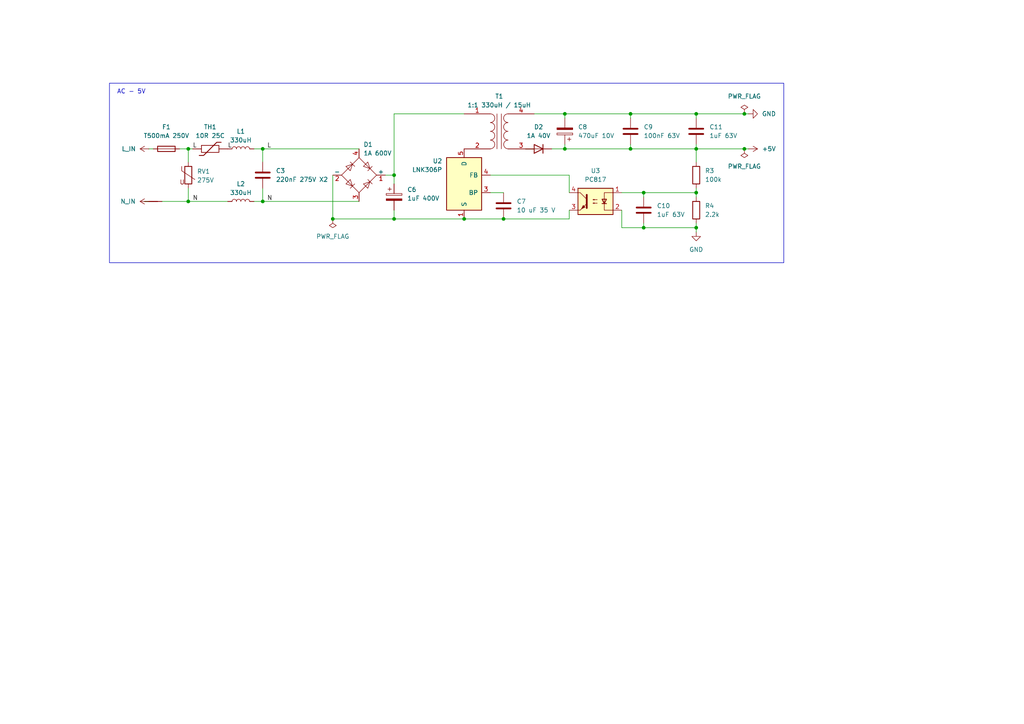
<source format=kicad_sch>
(kicad_sch (version 20250114) (generator "eeschema") (generator_version "9.0")
  (paper "A4")
  (lib_symbols
    (symbol "Device:C" (pin_numbers (hide yes)) (pin_names (offset 0.254))
      (property "Reference" "C" (at 0.635 2.54 0))
      (property "Value" "C" (at 0.635 -2.54 0))
      (symbol "C_0_1"
        (polyline (pts (xy -2.032 0.762) (xy 2.032 0.762)) (stroke (width 0.508)))
        (polyline (pts (xy -2.032 -0.762) (xy 2.032 -0.762)) (stroke (width 0.508)))
      )
      (symbol "C_1_1"
        (pin passive line (at 0 3.81 270) (length 2.794) (name "~") (number "1"))
        (pin passive line (at 0 -3.81 90) (length 2.794) (name "~") (number "2"))
      )
    )
    (symbol "Device:C_Polarized" (pin_numbers (hide yes)) (pin_names (offset 0.254))
      (property "Reference" "C" (at 0.635 2.54 0))
      (property "Value" "C_Polarized" (at 0.635 -2.54 0))
      (symbol "C_Polarized_0_1"
        (rectangle (start -2.286 0.508) (end 2.286 1.016))
        (polyline (pts (xy -1.778 2.286) (xy -0.762 2.286)))
        (polyline (pts (xy -1.27 2.794) (xy -1.27 1.778)))
        (rectangle (start 2.286 -0.508) (end -2.286 -1.016) (fill (type outline)))
      )
      (symbol "C_Polarized_1_1"
        (pin passive line (at 0 3.81 270) (length 2.794) (name "~") (number "1"))
        (pin passive line (at 0 -3.81 90) (length 2.794) (name "~") (number "2"))
      )
    )
    (symbol "Device:D" (pin_numbers (hide yes)) (pin_names (offset 1.016) (hide yes))
      (property "Reference" "D" (at 0 2.54 0))
      (property "Value" "D" (at 0 -2.54 0))
      (symbol "D_0_1"
        (polyline (pts (xy -1.27 1.27) (xy -1.27 -1.27)) (stroke (width 0.254)))
        (polyline (pts (xy 1.27 1.27) (xy 1.27 -1.27) (xy -1.27 0) (xy 1.27 1.27)) (stroke (width 0.254)))
        (polyline (pts (xy 1.27 0) (xy -1.27 0)))
      )
      (symbol "D_1_1"
        (pin passive line (at -3.81 0 0) (length 2.54) (name "K") (number "1"))
        (pin passive line (at 3.81 0 180) (length 2.54) (name "A") (number "2"))
      )
    )
    (symbol "Device:Fuse" (pin_numbers (hide yes)) (pin_names (offset 0))
      (property "Reference" "F" (at 2.032 0 90))
      (property "Value" "Fuse" (at -1.905 0 90))
      (symbol "Fuse_0_1"
        (rectangle (start -0.762 -2.54) (end 0.762 2.54) (stroke (width 0.254)))
        (polyline (pts (xy 0 2.54) (xy 0 -2.54)))
      )
      (symbol "Fuse_1_1"
        (pin passive line (at 0 3.81 270) (length 1.27) (name "~") (number "1"))
        (pin passive line (at 0 -3.81 90) (length 1.27) (name "~") (number "2"))
      )
    )
    (symbol "Device:L" (pin_numbers (hide yes)) (pin_names (offset 1.016) (hide yes))
      (property "Reference" "L" (at -1.27 0 90))
      (property "Value" "L" (at 1.905 0 90))
      (symbol "L_0_1"
        (arc (start 0 2.54) (mid 0.6323 1.905) (end 0 1.27))
        (arc (start 0 1.27) (mid 0.6323 0.635) (end 0 0))
        (arc (start 0 0) (mid 0.6323 -0.635) (end 0 -1.27))
        (arc (start 0 -1.27) (mid 0.6323 -1.905) (end 0 -2.54))
      )
      (symbol "L_1_1"
        (pin passive line (at 0 3.81 270) (length 1.27) (name "1") (number "1"))
        (pin passive line (at 0 -3.81 90) (length 1.27) (name "2") (number "2"))
      )
    )
    (symbol "Device:NetTie_2" (pin_numbers (hide yes)) (pin_names (offset 0) (hide yes)) (in_bom no)
      (property "Reference" "NT" (at 0 1.27 0))
      (property "Value" "NetTie_2" (at 0 -1.27 0))
      (symbol "NetTie_2_0_1"
        (polyline (pts (xy -1.27 0) (xy 1.27 0)) (stroke (width 0.254)))
      )
      (symbol "NetTie_2_1_1"
        (pin passive line (at -2.54 0 0) (length 2.54) (name "1") (number "1"))
        (pin passive line (at 2.54 0 180) (length 2.54) (name "2") (number "2"))
      )
    )
    (symbol "Device:R" (pin_numbers (hide yes)) (pin_names (offset 0))
      (property "Reference" "R" (at 2.032 0 90))
      (property "Value" "R" (at 0 0 90))
      (symbol "R_0_1"
        (rectangle (start -1.016 -2.54) (end 1.016 2.54) (stroke (width 0.254)))
      )
      (symbol "R_1_1"
        (pin passive line (at 0 3.81 270) (length 1.27) (name "~") (number "1"))
        (pin passive line (at 0 -3.81 90) (length 1.27) (name "~") (number "2"))
      )
    )
    (symbol "Device:Thermistor" (pin_numbers (hide yes)) (pin_names (offset 0))
      (property "Reference" "TH" (at 2.54 1.27 90))
      (property "Value" "Thermistor" (at -2.54 0 90))
      (symbol "Thermistor_0_1"
        (polyline (pts (xy -1.905 3.175) (xy -1.905 1.905) (xy 1.905 -1.905) (xy 1.905 -3.175) (xy 1.905 -3.175)) (stroke (width 0.254)))
        (rectangle (start -1.016 2.54) (end 1.016 -2.54) (stroke (width 0.2032)))
      )
      (symbol "Thermistor_1_1"
        (pin passive line (at 0 5.08 270) (length 2.54) (name "~") (number "1"))
        (pin passive line (at 0 -5.08 90) (length 2.54) (name "~") (number "2"))
      )
    )
    (symbol "Device:Transformer_1P_1S" (pin_names (offset 1.016) (hide yes))
      (property "Reference" "T" (at 0 6.35 0))
      (property "Value" "Transformer_1P_1S" (at 0 -7.62 0))
      (symbol "Transformer_1P_1S_0_1"
        (arc (start -1.27 3.81) (mid -1.656 2.9336) (end -2.54 2.5654))
        (arc (start -1.27 1.27) (mid -1.656 0.3936) (end -2.54 0.0254))
        (arc (start -1.27 -1.27) (mid -1.656 -2.1464) (end -2.54 -2.5146))
        (arc (start -1.27 -3.81) (mid -1.656 -4.6864) (end -2.54 -5.0546))
        (arc (start -2.54 5.08) (mid -1.642 4.708) (end -1.27 3.81))
        (arc (start -2.54 2.54) (mid -1.642 2.168) (end -1.27 1.27))
        (arc (start -2.54 0) (mid -1.642 -0.372) (end -1.27 -1.27))
        (arc (start -2.54 -2.54) (mid -1.642 -2.912) (end -1.27 -3.81))
        (polyline (pts (xy -0.635 5.08) (xy -0.635 -5.08)))
        (polyline (pts (xy 0.635 -5.08) (xy 0.635 5.08)))
        (arc (start 1.2954 3.81) (mid 1.6457 4.7117) (end 2.54 5.08))
        (arc (start 1.2954 1.27) (mid 1.6457 2.1717) (end 2.54 2.54))
        (arc (start 1.2954 -1.27) (mid 1.6457 -0.3683) (end 2.54 0))
        (arc (start 2.54 2.5654) (mid 1.6599 2.9299) (end 1.2954 3.81))
        (arc (start 2.54 0.0254) (mid 1.6599 0.3899) (end 1.2954 1.27))
        (arc (start 2.54 -2.5146) (mid 1.6599 -2.1501) (end 1.2954 -1.27))
        (arc (start 1.3208 -3.81) (mid 1.6711 -2.9085) (end 2.5654 -2.54))
        (arc (start 2.5654 -5.0546) (mid 1.6851 -4.6902) (end 1.3208 -3.81))
      )
      (symbol "Transformer_1P_1S_1_1"
        (pin passive line (at -10.16 5.08 0) (length 7.62) (name "AA") (number "1"))
        (pin passive line (at -10.16 -5.08 0) (length 7.62) (name "AB") (number "2"))
        (pin passive line (at 10.16 5.08 180) (length 7.62) (name "SB") (number "4"))
        (pin passive line (at 10.16 -5.08 180) (length 7.62) (name "SA") (number "3"))
      )
    )
    (symbol "Diode_Bridge:DF08M" (pin_names (offset 0))
      (property "Reference" "D" (at 2.54 6.985 0))
      (property "Value" "DF08M" (at 2.54 5.08 0))
      (symbol "DF08M_0_1"
        (polyline (pts (xy -5.08 0) (xy 0 -5.08) (xy 5.08 0) (xy 0 5.08) (xy -5.08 0)))
        (polyline (pts (xy -3.81 2.54) (xy -2.54 1.27) (xy -1.905 3.175) (xy -3.81 2.54)))
        (polyline (pts (xy -2.54 3.81) (xy -1.27 2.54)))
        (polyline (pts (xy -2.54 -1.27) (xy -3.81 -2.54) (xy -1.905 -3.175) (xy -2.54 -1.27)))
        (polyline (pts (xy -1.27 -2.54) (xy -2.54 -3.81)))
        (polyline (pts (xy 1.27 2.54) (xy 2.54 3.81) (xy 3.175 1.905) (xy 1.27 2.54)))
        (polyline (pts (xy 2.54 1.27) (xy 3.81 2.54)))
        (polyline (pts (xy 2.54 -1.27) (xy 3.81 -2.54)))
        (polyline (pts (xy 3.175 -1.905) (xy 1.27 -2.54) (xy 2.54 -3.81) (xy 3.175 -1.905)))
      )
      (symbol "DF08M_1_1"
        (pin passive line (at -7.62 0 0) (length 2.54) (name "-") (number "2"))
        (pin passive line (at 0 7.62 270) (length 2.54) (name "~") (number "4"))
        (pin passive line (at 0 -7.62 90) (length 2.54) (name "~") (number "3"))
        (pin passive line (at 7.62 0 180) (length 2.54) (name "+") (number "1"))
      )
    )
    (symbol "Isolator:PC817" (pin_names (offset 1.016))
      (property "Reference" "U" (at -5.08 5.08 0))
      (property "Value" "PC817" (at 0 5.08 0))
      (symbol "PC817_0_1"
        (rectangle (start -5.08 3.81) (end 5.08 -3.81) (stroke (width 0.254)) (fill (type background)))
        (polyline (pts (xy -5.08 2.54) (xy -2.54 2.54) (xy -2.54 -0.635)))
        (polyline (pts (xy -3.175 -0.635) (xy -1.905 -0.635)) (stroke (width 0.254)))
        (polyline (pts (xy -2.54 -0.635) (xy -2.54 -2.54) (xy -5.08 -2.54)))
        (polyline (pts (xy -2.54 -0.635) (xy -3.175 0.635) (xy -1.905 0.635) (xy -2.54 -0.635)) (stroke (width 0.254)))
        (polyline (pts (xy -0.508 0.508) (xy 0.762 0.508) (xy 0.381 0.381) (xy 0.381 0.635) (xy 0.762 0.508)))
        (polyline (pts (xy -0.508 -0.508) (xy 0.762 -0.508) (xy 0.381 -0.635) (xy 0.381 -0.381) (xy 0.762 -0.508)))
        (polyline (pts (xy 2.54 1.905) (xy 2.54 -1.905) (xy 2.54 -1.905)) (stroke (width 0.508)))
        (polyline (pts (xy 2.54 0.635) (xy 4.445 2.54)))
        (polyline (pts (xy 3.048 -1.651) (xy 3.556 -1.143) (xy 4.064 -2.159) (xy 3.048 -1.651) (xy 3.048 -1.651)) (fill (type outline)))
        (polyline (pts (xy 4.445 2.54) (xy 5.08 2.54)))
        (polyline (pts (xy 4.445 -2.54) (xy 2.54 -0.635)) (fill (type outline)))
        (polyline (pts (xy 4.445 -2.54) (xy 5.08 -2.54)))
      )
      (symbol "PC817_1_1"
        (pin passive line (at -7.62 2.54 0) (length 2.54) (name "~") (number "1"))
        (pin passive line (at -7.62 -2.54 0) (length 2.54) (name "~") (number "2"))
        (pin passive line (at 7.62 2.54 180) (length 2.54) (name "~") (number "4"))
        (pin passive line (at 7.62 -2.54 180) (length 2.54) (name "~") (number "3"))
      )
    )
    (symbol "Regulator_Switching:LNK306P" (pin_names (offset 1.016))
      (property "Reference" "U" (at 0 -6.35 0))
      (property "Value" "LNK306P" (at 0 -8.89 0))
      (symbol "LNK306P_0_1"
        (rectangle (start -7.62 5.08) (end 7.62 -5.08) (stroke (width 0.254)) (fill (type background)))
      )
      (symbol "LNK306P_1_1"
        (pin open_collector line (at -10.16 0 0) (length 2.54) (name "D") (number "5"))
        (pin input line (at -2.54 7.62 270) (length 2.54) (name "FB") (number "4"))
        (pin input line (at 2.54 7.62 270) (length 2.54) (name "BP") (number "3"))
        (pin power_in line (at 10.16 0 180) (length 2.54) (name "S") (number "1"))
        (pin passive line (at 10.16 0 180) (length 2.54) (hide yes) (name "S") (number "2"))
        (pin passive line (at 10.16 0 180) (length 2.54) (hide yes) (name "S") (number "7"))
        (pin passive line (at 10.16 0 180) (length 2.54) (hide yes) (name "S") (number "8"))
      )
    )
    (symbol "Varistor_1" (pin_numbers (hide yes)) (pin_names (offset 0))
      (property "Reference" "RV" (at 3.175 0 90))
      (property "Value" "Varistor" (at -3.175 0 90))
      (symbol "Varistor_1_0_0"
        (text "U" (at -1.778 -2.032 0) (effects (font (size 1.27 1.27))))
      )
      (symbol "Varistor_1_0_1"
        (polyline (pts (xy -1.905 2.54) (xy -1.905 1.27) (xy 1.905 -1.27)))
        (rectangle (start -1.016 -2.54) (end 1.016 2.54) (stroke (width 0.254)))
      )
      (symbol "Varistor_1_1_1"
        (pin passive line (at 0 3.81 270) (length 1.27) (name "~") (number "1"))
        (pin passive line (at 0 -3.81 90) (length 1.27) (name "~") (number "2"))
      )
    )
    (symbol "power:+5V" (power) (pin_numbers (hide yes)) (pin_names (offset 0) (hide yes))
      (property "Value" "+5V" (at 0 3.556 0))
      (symbol "+5V_0_1"
        (polyline (pts (xy -0.762 1.27) (xy 0 2.54)))
        (polyline (pts (xy 0 2.54) (xy 0.762 1.27)))
        (polyline (pts (xy 0 0) (xy 0 2.54)))
      )
      (symbol "+5V_1_1"
        (pin power_in line (at 0 0 90) (length 0) (name "~") (number "1"))
      )
    )
    (symbol "power:GND" (power) (pin_numbers (hide yes)) (pin_names (offset 0) (hide yes))
      (property "Value" "GND" (at 0 -3.81 0))
      (symbol "GND_0_1"
        (polyline (pts (xy 0 0) (xy 0 -1.27) (xy 1.27 -1.27) (xy 0 -2.54) (xy -1.27 -1.27) (xy 0 -1.27)))
      )
      (symbol "GND_1_1"
        (pin power_in line (at 0 0 270) (length 0) (name "~") (number "1"))
      )
    )
    (symbol "power:PWR_FLAG" (power) (pin_numbers (hide yes)) (pin_names (offset 0) (hide yes))
      (property "Value" "PWR_FLAG" (at 0 3.81 0))
      (symbol "PWR_FLAG_0_0"
        (pin power_out line (at 0 0 90) (length 0) (name "~") (number "1"))
      )
      (symbol "PWR_FLAG_0_1"
        (polyline (pts (xy 0 0) (xy 0 1.27) (xy -1.016 1.905) (xy 0 2.54) (xy 1.016 1.905) (xy 0 1.27)))
      )
    )
  )
  (rectangle (start 31.75 24.13) (end 227.33 76.2))
  (text "AC - 5V" (at 38.1 26.67 0) (effects (font (size 1.27 1.27))))
  (junction (at 215.9 33.02))
  (junction (at 201.93 33.02))
  (junction (at 182.88 43.18))
  (junction (at 201.93 55.88))
  (junction (at 163.83 33.02))
  (junction (at 54.61 43.18))
  (junction (at 114.3 63.5))
  (junction (at 182.88 33.02))
  (junction (at 54.61 58.42))
  (junction (at 134.62 63.5))
  (junction (at 114.3 50.8))
  (junction (at 215.9 43.18))
  (junction (at 96.52 63.5))
  (junction (at 186.69 66.04))
  (junction (at 163.83 43.18))
  (junction (at 186.69 55.88))
  (junction (at 76.2 43.18))
  (junction (at 201.93 43.18))
  (junction (at 76.2 58.42))
  (junction (at 201.93 66.04))
  (junction (at 146.05 63.5))
  (wire (pts (xy 186.69 64.77) (xy 186.69 66.04)))
  (wire (pts (xy 201.93 43.18) (xy 201.93 46.99)))
  (wire (pts (xy 44.45 43.18) (xy 43.18 43.18)))
  (wire (pts (xy 76.2 54.61) (xy 76.2 58.42)))
  (wire (pts (xy 201.93 33.02) (xy 201.93 34.29)))
  (wire (pts (xy 201.93 66.04) (xy 201.93 67.31)))
  (wire (pts (xy 182.88 43.18) (xy 201.93 43.18)))
  (wire (pts (xy 76.2 43.18) (xy 76.2 46.99)))
  (wire (pts (xy 54.61 54.61) (xy 54.61 58.42)))
  (wire (pts (xy 186.69 55.88) (xy 201.93 55.88)))
  (wire (pts (xy 163.83 41.91) (xy 163.83 43.18)))
  (wire (pts (xy 182.88 33.02) (xy 201.93 33.02)))
  (wire (pts (xy 201.93 55.88) (xy 201.93 57.15)))
  (wire (pts (xy 163.83 43.18) (xy 182.88 43.18)))
  (wire (pts (xy 134.62 33.02) (xy 114.3 33.02)))
  (wire (pts (xy 76.2 58.42) (xy 104.14 58.42)))
  (wire (pts (xy 96.52 63.5) (xy 114.3 63.5)))
  (wire (pts (xy 73.66 43.18) (xy 76.2 43.18)))
  (wire (pts (xy 76.2 43.18) (xy 104.14 43.18)))
  (wire (pts (xy 165.1 63.5) (xy 165.1 60.96)))
  (wire (pts (xy 114.3 33.02) (xy 114.3 50.8)))
  (wire (pts (xy 142.24 55.88) (xy 146.05 55.88)))
  (wire (pts (xy 114.3 63.5) (xy 134.62 63.5)))
  (wire (pts (xy 111.76 50.8) (xy 114.3 50.8)))
  (wire (pts (xy 163.83 33.02) (xy 182.88 33.02)))
  (wire (pts (xy 182.88 41.91) (xy 182.88 43.18)))
  (wire (pts (xy 201.93 41.91) (xy 201.93 43.18)))
  (wire (pts (xy 54.61 58.42) (xy 66.04 58.42)))
  (wire (pts (xy 54.61 43.18) (xy 55.88 43.18)))
  (wire (pts (xy 152.4 43.18) (xy 154.94 43.18)))
  (wire (pts (xy 180.34 60.96) (xy 180.34 66.04)))
  (wire (pts (xy 201.93 33.02) (xy 215.9 33.02)))
  (wire (pts (xy 182.88 33.02) (xy 182.88 34.29)))
  (wire (pts (xy 134.62 63.5) (xy 146.05 63.5)))
  (wire (pts (xy 201.93 64.77) (xy 201.93 66.04)))
  (wire (pts (xy 201.93 43.18) (xy 215.9 43.18)))
  (wire (pts (xy 215.9 33.02) (xy 217.17 33.02)))
  (wire (pts (xy 146.05 63.5) (xy 165.1 63.5)))
  (wire (pts (xy 186.69 55.88) (xy 186.69 57.15)))
  (wire (pts (xy 160.02 43.18) (xy 163.83 43.18)))
  (wire (pts (xy 54.61 43.18) (xy 54.61 46.99)))
  (wire (pts (xy 154.94 33.02) (xy 163.83 33.02)))
  (wire (pts (xy 215.9 43.18) (xy 217.17 43.18)))
  (wire (pts (xy 114.3 63.5) (xy 114.3 60.96)))
  (wire (pts (xy 163.83 33.02) (xy 163.83 34.29)))
  (wire (pts (xy 73.66 58.42) (xy 76.2 58.42)))
  (wire (pts (xy 180.34 55.88) (xy 186.69 55.88)))
  (wire (pts (xy 52.07 43.18) (xy 54.61 43.18)))
  (wire (pts (xy 165.1 50.8) (xy 165.1 55.88)))
  (wire (pts (xy 96.52 50.8) (xy 96.52 63.5)))
  (wire (pts (xy 46.99 58.42) (xy 54.61 58.42)))
  (wire (pts (xy 180.34 66.04) (xy 186.69 66.04)))
  (wire (pts (xy 142.24 50.8) (xy 165.1 50.8)))
  (wire (pts (xy 114.3 53.34) (xy 114.3 50.8)))
  (wire (pts (xy 186.69 66.04) (xy 201.93 66.04)))
  (wire (pts (xy 41.91 58.42) (xy 43.18 58.42)))
  (wire (pts (xy 201.93 54.61) (xy 201.93 55.88)))
  (label "L" (at 77.47 43.18 0))
  (label "L" (at 55.88 43.18 0))
  (label "N" (at 55.88 58.42 0))
  (label "L" (at 66.04 43.18 0))
  (label "N" (at 77.47 58.42 0))
  (symbol (lib_id "Device:L") (at 69.85 43.18 90) (unit 1)
    (property "Reference" "L1" (at 69.85 38.1 90))
    (property "Value" "330uH" (at 69.85 40.64 90))
    (property "Description" "Inductor" (effects (hide yes)))
  )
  (symbol (lib_id "power:PWR_FLAG") (at 96.52 63.5 180) (unit 1)
    (property "Reference" "#FLG07" (effects (hide yes)))
    (property "Value" "PWR_FLAG" (at 96.52 68.58 0))
    (property "Description" "Special symbol for telling ERC where power comes from" (effects (hide yes)))
  )
  (symbol (lib_id "Device:C") (at 76.2 50.8 0) (unit 1)
    (property "Reference" "C3" (at 80.01 49.5299 0) (effects (justify left)))
    (property "Value" "220nF 275V X2" (at 80.01 52.0699 0) (effects (justify left)))
    (property "Description" "Unpolarized capacitor" (effects (hide yes)))
  )
  (symbol (lib_id "Device:NetTie_2") (at 44.45 58.42 0) (unit 1) (in_bom no)
    (property "Reference" "NT1" (effects (hide yes)))
    (property "Value" "NetTie_2" (effects (hide yes)))
    (property "Footprint" "NetTie:NetTie-2_SMD_Pad2.0mm" (effects (hide yes)))
    (property "Description" "Net tie, 2 pins" (effects (hide yes)))
  )
  (symbol (lib_id "power:GND") (at 217.17 33.02 90) (unit 1)
    (property "Reference" "#PWR013" (effects (hide yes)))
    (property "Value" "GND" (at 220.98 33.0199 90) (effects (justify right)))
    (property "Description" "Power symbol creates a global label with name \"GND\" , ground" (effects (hide yes)))
  )
  (symbol (lib_id "Device:C") (at 146.05 59.69 0) (unit 1)
    (property "Reference" "C7" (at 149.86 58.4199 0) (effects (justify left)))
    (property "Value" "10 uF 35 V" (at 149.86 60.9599 0) (effects (justify left)))
    (property "Description" "Unpolarized capacitor" (effects (hide yes)))
  )
  (symbol (lib_id "Device:C") (at 201.93 38.1 0) (unit 1)
    (property "Reference" "C11" (at 205.74 36.8299 0) (effects (justify left)))
    (property "Value" "1uF 63V" (at 205.74 39.3699 0) (effects (justify left)))
    (property "Description" "Unpolarized capacitor" (effects (hide yes)))
  )
  (symbol (lib_id "Device:D") (at 156.21 43.18 180) (unit 1)
    (property "Reference" "D2" (at 156.21 36.83 0))
    (property "Value" "1A 40V" (at 156.21 39.37 0))
    (property "Description" "Diode" (effects (hide yes)))
    (property "Sim.Device" "D" (effects (hide yes)))
    (property "Sim.Pins" "1=K 2=A" (effects (hide yes)))
  )
  (symbol (lib_id "power:+5V") (at 43.18 43.18 90) (unit 1)
    (property "Reference" "#PWR01" (effects (hide yes)))
    (property "Value" "L_IN" (at 37.338 43.18 90))
    (property "Description" "Power symbol creates a global label with name \"+5V\"" (effects (hide yes)))
  )
  (symbol (lib_id "Device:C_Polarized") (at 163.83 38.1 180) (unit 1)
    (property "Reference" "C8" (at 167.64 36.83 0) (effects (justify right)))
    (property "Value" "470uF 10V" (at 167.64 39.37 0) (effects (justify right)))
    (property "Description" "Polarized capacitor" (effects (hide yes)))
  )
  (symbol (lib_id "power:PWR_FLAG") (at 215.9 33.02 0) (unit 1)
    (property "Reference" "#FLG05" (effects (hide yes)))
    (property "Value" "PWR_FLAG" (at 215.9 27.94 0))
    (property "Description" "Special symbol for telling ERC where power comes from" (effects (hide yes)))
  )
  (symbol (lib_id "Device:Thermistor") (at 60.96 43.18 90) (unit 1)
    (property "Reference" "TH1" (at 60.96 36.83 90))
    (property "Value" "10R 25C" (at 60.96 39.37 90))
    (property "Description" "Temperature dependent resistor" (effects (hide yes)))
  )
  (symbol (lib_id "power:GND") (at 201.93 67.31 0) (unit 1)
    (property "Reference" "#PWR012" (effects (hide yes)))
    (property "Value" "GND" (at 201.93 72.39 0))
    (property "Description" "Power symbol creates a global label with name \"GND\" , ground" (effects (hide yes)))
  )
  (symbol (lib_id "Device:C_Polarized") (at 114.3 57.15 0) (unit 1)
    (property "Reference" "C6" (at 118.11 54.9909 0) (effects (justify left)))
    (property "Value" "1uF 400V" (at 118.11 57.5309 0) (effects (justify left)))
    (property "Description" "Polarized capacitor" (effects (hide yes)))
  )
  (symbol (lib_id "Device:L") (at 69.85 58.42 90) (unit 1)
    (property "Reference" "L2" (at 69.85 53.34 90))
    (property "Value" "330uH" (at 69.85 55.88 90))
    (property "Description" "Inductor" (effects (hide yes)))
  )
  (symbol (lib_id "Isolator:PC817") (at 172.72 58.42 0) (mirror y) (unit 1)
    (property "Reference" "U3" (at 172.72 49.53 0))
    (property "Value" "PC817" (at 172.72 52.07 0))
    (property "Footprint" "Package_DIP:DIP-4_W7.62mm" (effects (hide yes)))
    (property "Datasheet" "http://www.soselectronic.cz/a_info/resource/d/pc817.pdf" (effects (hide yes)))
    (property "Description" "DC Optocoupler, Vce 35V, CTR 50-300%, DIP-4" (effects (hide yes)))
  )
  (symbol (lib_id "Device:C") (at 182.88 38.1 0) (unit 1)
    (property "Reference" "C9" (at 186.69 36.8299 0) (effects (justify left)))
    (property "Value" "100nF 63V" (at 186.69 39.3699 0) (effects (justify left)))
    (property "Description" "Unpolarized capacitor" (effects (hide yes)))
  )
  (symbol (lib_id "power:+5V") (at 43.18 58.42 90) (unit 1)
    (property "Reference" "#PWR02" (effects (hide yes)))
    (property "Value" "N_IN" (at 39.37 58.4199 90) (effects (justify left)))
    (property "Description" "Power symbol creates a global label with name \"+5V\"" (effects (hide yes)))
  )
  (symbol (lib_id "Device:R") (at 201.93 60.96 0) (unit 1)
    (property "Reference" "R4" (at 204.47 59.6899 0) (effects (justify left)))
    (property "Value" "2.2k" (at 204.47 62.2299 0) (effects (justify left)))
    (property "Description" "Resistor" (effects (hide yes)))
  )
  (symbol (lib_id "power:PWR_FLAG") (at 215.9 43.18 180) (unit 1)
    (property "Reference" "#FLG06" (effects (hide yes)))
    (property "Value" "PWR_FLAG" (at 215.9 48.26 0))
    (property "Description" "Special symbol for telling ERC where power comes from" (effects (hide yes)))
  )
  (symbol (lib_id "Diode_Bridge:DF08M") (at 104.14 50.8 0) (unit 1)
    (property "Reference" "D1" (at 105.41 41.91 0) (effects (justify left)))
    (property "Value" "1A 600V" (at 105.41 44.45 0) (effects (justify left)))
    (property "Footprint" "Diode_THT:Diode_Bridge_DIP-4_W7.62mm_P5.08mm" (effects (hide yes)))
    (property "Datasheet" "http://www.vishay.com/docs/88571/dfm.pdf" (effects (hide yes)))
    (property "Description" "Miniature Glass Passivated Single-Phase Bridge Rectifiers, 560V Vrms, 1.0A If, DIP-4" (effects (hide yes)))
  )
  (symbol (lib_id "Device:C") (at 186.69 60.96 0) (unit 1)
    (property "Reference" "C10" (at 190.5 59.6899 0) (effects (justify left)))
    (property "Value" "1uF 63V" (at 190.5 62.2299 0) (effects (justify left)))
    (property "Description" "Unpolarized capacitor" (effects (hide yes)))
  )
  (symbol (lib_id "Regulator_Switching:LNK306P") (at 134.62 53.34 270) (unit 1)
    (property "Reference" "U2" (at 128.27 45.974 90) (effects (justify right top)))
    (property "Value" "LNK306P" (at 128.27 48.514 90) (effects (justify right top)))
    (property "Footprint" "Package_DIP:PowerIntegrations_PDIP-8B" (effects (hide yes)))
    (property "Datasheet" "http://www.powerint.com/sites/default/files/product-docs/lnk302_304-306.pdf" (effects (hide yes)))
    (property "Description" "LinkSwitch-TN Family, 360mA Output Current, DIP-8B" (effects (hide yes)))
  )
  (symbol (lib_id "power:+5V") (at 217.17 43.18 270) (unit 1)
    (property "Reference" "#PWR014" (effects (hide yes)))
    (property "Value" "+5V" (at 220.98 43.1799 90) (effects (justify left)))
    (property "Description" "Power symbol creates a global label with name \"+5V\"" (effects (hide yes)))
  )
  (symbol (lib_id "Device:Transformer_1P_1S") (at 144.78 38.1 0) (unit 1)
    (property "Reference" "T1" (at 144.7927 27.94 0))
    (property "Value" "1:1 330uH / 15uH" (at 144.7927 30.48 0))
    (property "Description" "Transformer, single primary, single secondary" (effects (hide yes)))
  )
  (symbol (lib_id "Device:R") (at 201.93 50.8 0) (unit 1)
    (property "Reference" "R3" (at 204.47 49.5299 0) (effects (justify left)))
    (property "Value" "100k" (at 204.47 52.0699 0) (effects (justify left)))
    (property "Description" "Resistor" (effects (hide yes)))
  )
  (symbol (lib_name "Varistor_1") (lib_id "Device:Varistor") (at 54.61 50.8 0) (unit 1)
    (property "Reference" "RV1" (at 57.15 49.7232 0) (effects (justify left)))
    (property "Value" "275V" (at 57.15 52.2632 0) (effects (justify left)))
    (property "Footprint" "Varistor:RV_Disc_D9mm_W3.4mm_P5mm" (effects (hide yes)))
    (property "Description" "Voltage dependent resistor" (effects (hide yes)))
    (property "Sim.Name" "kicad_builtin_varistor" (effects (hide yes)))
    (property "Sim.Device" "SUBCKT" (effects (hide yes)))
    (property "Sim.Pins" "1=A 2=B" (effects (hide yes)))
    (property "Sim.Params" "threshold=1k" (effects (hide yes)))
    (property "Sim.Library" "${KICAD9_SYMBOL_DIR}/Simulation_SPICE.sp" (effects (hide yes)))
  )
  (symbol (lib_id "Device:Fuse") (at 48.26 43.18 90) (unit 1)
    (property "Reference" "F1" (at 48.26 36.83 90))
    (property "Value" "T500mA 250V" (at 48.26 39.37 90))
    (property "Footprint" "KiCadX_FuseHolders_THT:FuseHolder_THT_5x20mm_PTF76_RM15mm" (effects (hide yes)))
    (property "Description" "Fuse" (effects (hide yes)))
  )
)
</source>
